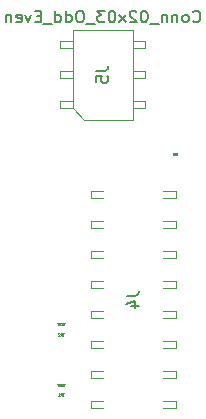
<source format=gbr>
G04 #@! TF.GenerationSoftware,KiCad,Pcbnew,5.1.0-060a0da~80~ubuntu18.04.1*
G04 #@! TF.CreationDate,2019-05-28T03:43:47+02:00*
G04 #@! TF.ProjectId,TinyFPGA-BX,54696e79-4650-4474-912d-42582e6b6963,rev?*
G04 #@! TF.SameCoordinates,Original*
G04 #@! TF.FileFunction,Other,Fab,Bot*
%FSLAX46Y46*%
G04 Gerber Fmt 4.6, Leading zero omitted, Abs format (unit mm)*
G04 Created by KiCad (PCBNEW 5.1.0-060a0da~80~ubuntu18.04.1) date 2019-05-28 03:43:47*
%MOMM*%
%LPD*%
G04 APERTURE LIST*
%ADD10C,0.100000*%
%ADD11C,0.150000*%
%ADD12C,0.031750*%
%ADD13C,0.050000*%
G04 APERTURE END LIST*
D10*
X154971000Y-112719100D02*
X156031000Y-112719100D01*
X156031000Y-112719100D02*
X156031000Y-113359100D01*
X156031000Y-113359100D02*
X154971000Y-113359100D01*
X149891000Y-112719100D02*
X148831000Y-112719100D01*
X148831000Y-112719100D02*
X148831000Y-113359100D01*
X148831000Y-113359100D02*
X149891000Y-113359100D01*
X154971000Y-115259100D02*
X156031000Y-115259100D01*
X156031000Y-115259100D02*
X156031000Y-115899100D01*
X156031000Y-115899100D02*
X154971000Y-115899100D01*
X149891000Y-115259100D02*
X148831000Y-115259100D01*
X148831000Y-115259100D02*
X148831000Y-115899100D01*
X148831000Y-115899100D02*
X149891000Y-115899100D01*
X154971000Y-117799100D02*
X156031000Y-117799100D01*
X156031000Y-117799100D02*
X156031000Y-118439100D01*
X156031000Y-118439100D02*
X154971000Y-118439100D01*
X149891000Y-117799100D02*
X148831000Y-117799100D01*
X148831000Y-117799100D02*
X148831000Y-118439100D01*
X148831000Y-118439100D02*
X149891000Y-118439100D01*
X154971000Y-120339100D02*
X156031000Y-120339100D01*
X156031000Y-120339100D02*
X156031000Y-120979100D01*
X156031000Y-120979100D02*
X154971000Y-120979100D01*
X149891000Y-120339100D02*
X148831000Y-120339100D01*
X148831000Y-120339100D02*
X148831000Y-120979100D01*
X148831000Y-120979100D02*
X149891000Y-120979100D01*
X154971000Y-122879100D02*
X156031000Y-122879100D01*
X156031000Y-122879100D02*
X156031000Y-123519100D01*
X156031000Y-123519100D02*
X154971000Y-123519100D01*
X149891000Y-122879100D02*
X148831000Y-122879100D01*
X148831000Y-122879100D02*
X148831000Y-123519100D01*
X148831000Y-123519100D02*
X149891000Y-123519100D01*
X154971000Y-125419100D02*
X156031000Y-125419100D01*
X156031000Y-125419100D02*
X156031000Y-126059100D01*
X156031000Y-126059100D02*
X154971000Y-126059100D01*
X149891000Y-125419100D02*
X148831000Y-125419100D01*
X148831000Y-125419100D02*
X148831000Y-126059100D01*
X148831000Y-126059100D02*
X149891000Y-126059100D01*
X154971000Y-127959100D02*
X156031000Y-127959100D01*
X156031000Y-127959100D02*
X156031000Y-128599100D01*
X156031000Y-128599100D02*
X154971000Y-128599100D01*
X149891000Y-127959100D02*
X148831000Y-127959100D01*
X148831000Y-127959100D02*
X148831000Y-128599100D01*
X148831000Y-128599100D02*
X149891000Y-128599100D01*
X154971000Y-130499100D02*
X156031000Y-130499100D01*
X156031000Y-130499100D02*
X156031000Y-131139100D01*
X156031000Y-131139100D02*
X154971000Y-131139100D01*
X149891000Y-130499100D02*
X148831000Y-130499100D01*
X148831000Y-130499100D02*
X148831000Y-131139100D01*
X148831000Y-131139100D02*
X149891000Y-131139100D01*
X152391000Y-99069100D02*
X147311000Y-99069100D01*
X148261000Y-106689100D02*
X152391000Y-106689100D01*
X147311000Y-99069100D02*
X147311000Y-105739100D01*
X147311000Y-105739100D02*
X148261000Y-106689100D01*
X152391000Y-106689100D02*
X152391000Y-99069100D01*
X147311000Y-105739100D02*
X146251000Y-105739100D01*
X146251000Y-105739100D02*
X146251000Y-105099100D01*
X146251000Y-105099100D02*
X147311000Y-105099100D01*
X152391000Y-105739100D02*
X153451000Y-105739100D01*
X153451000Y-105739100D02*
X153451000Y-105099100D01*
X153451000Y-105099100D02*
X152391000Y-105099100D01*
X147311000Y-103199100D02*
X146251000Y-103199100D01*
X146251000Y-103199100D02*
X146251000Y-102559100D01*
X146251000Y-102559100D02*
X147311000Y-102559100D01*
X152391000Y-103199100D02*
X153451000Y-103199100D01*
X153451000Y-103199100D02*
X153451000Y-102559100D01*
X153451000Y-102559100D02*
X152391000Y-102559100D01*
X147311000Y-100659100D02*
X146251000Y-100659100D01*
X146251000Y-100659100D02*
X146251000Y-100019100D01*
X146251000Y-100019100D02*
X147311000Y-100019100D01*
X152391000Y-100659100D02*
X153451000Y-100659100D01*
X153451000Y-100659100D02*
X153451000Y-100019100D01*
X153451000Y-100019100D02*
X152391000Y-100019100D01*
D11*
X151883380Y-121595766D02*
X152597666Y-121595766D01*
X152740523Y-121548147D01*
X152835761Y-121452909D01*
X152883380Y-121310052D01*
X152883380Y-121214814D01*
X152216714Y-122500528D02*
X152883380Y-122500528D01*
X151835761Y-122262433D02*
X152550047Y-122024338D01*
X152550047Y-122643385D01*
X157493857Y-98366242D02*
X157541476Y-98413861D01*
X157684333Y-98461480D01*
X157779571Y-98461480D01*
X157922428Y-98413861D01*
X158017666Y-98318623D01*
X158065285Y-98223385D01*
X158112904Y-98032909D01*
X158112904Y-97890052D01*
X158065285Y-97699576D01*
X158017666Y-97604338D01*
X157922428Y-97509100D01*
X157779571Y-97461480D01*
X157684333Y-97461480D01*
X157541476Y-97509100D01*
X157493857Y-97556719D01*
X156922428Y-98461480D02*
X157017666Y-98413861D01*
X157065285Y-98366242D01*
X157112904Y-98271004D01*
X157112904Y-97985290D01*
X157065285Y-97890052D01*
X157017666Y-97842433D01*
X156922428Y-97794814D01*
X156779571Y-97794814D01*
X156684333Y-97842433D01*
X156636714Y-97890052D01*
X156589095Y-97985290D01*
X156589095Y-98271004D01*
X156636714Y-98366242D01*
X156684333Y-98413861D01*
X156779571Y-98461480D01*
X156922428Y-98461480D01*
X156160523Y-97794814D02*
X156160523Y-98461480D01*
X156160523Y-97890052D02*
X156112904Y-97842433D01*
X156017666Y-97794814D01*
X155874809Y-97794814D01*
X155779571Y-97842433D01*
X155731952Y-97937671D01*
X155731952Y-98461480D01*
X155255761Y-97794814D02*
X155255761Y-98461480D01*
X155255761Y-97890052D02*
X155208142Y-97842433D01*
X155112904Y-97794814D01*
X154970047Y-97794814D01*
X154874809Y-97842433D01*
X154827190Y-97937671D01*
X154827190Y-98461480D01*
X154589095Y-98556719D02*
X153827190Y-98556719D01*
X153398619Y-97461480D02*
X153303380Y-97461480D01*
X153208142Y-97509100D01*
X153160523Y-97556719D01*
X153112904Y-97651957D01*
X153065285Y-97842433D01*
X153065285Y-98080528D01*
X153112904Y-98271004D01*
X153160523Y-98366242D01*
X153208142Y-98413861D01*
X153303380Y-98461480D01*
X153398619Y-98461480D01*
X153493857Y-98413861D01*
X153541476Y-98366242D01*
X153589095Y-98271004D01*
X153636714Y-98080528D01*
X153636714Y-97842433D01*
X153589095Y-97651957D01*
X153541476Y-97556719D01*
X153493857Y-97509100D01*
X153398619Y-97461480D01*
X152684333Y-97556719D02*
X152636714Y-97509100D01*
X152541476Y-97461480D01*
X152303380Y-97461480D01*
X152208142Y-97509100D01*
X152160523Y-97556719D01*
X152112904Y-97651957D01*
X152112904Y-97747195D01*
X152160523Y-97890052D01*
X152731952Y-98461480D01*
X152112904Y-98461480D01*
X151779571Y-98461480D02*
X151255761Y-97794814D01*
X151779571Y-97794814D02*
X151255761Y-98461480D01*
X150684333Y-97461480D02*
X150589095Y-97461480D01*
X150493857Y-97509100D01*
X150446238Y-97556719D01*
X150398619Y-97651957D01*
X150351000Y-97842433D01*
X150351000Y-98080528D01*
X150398619Y-98271004D01*
X150446238Y-98366242D01*
X150493857Y-98413861D01*
X150589095Y-98461480D01*
X150684333Y-98461480D01*
X150779571Y-98413861D01*
X150827190Y-98366242D01*
X150874809Y-98271004D01*
X150922428Y-98080528D01*
X150922428Y-97842433D01*
X150874809Y-97651957D01*
X150827190Y-97556719D01*
X150779571Y-97509100D01*
X150684333Y-97461480D01*
X150017666Y-97461480D02*
X149398619Y-97461480D01*
X149731952Y-97842433D01*
X149589095Y-97842433D01*
X149493857Y-97890052D01*
X149446238Y-97937671D01*
X149398619Y-98032909D01*
X149398619Y-98271004D01*
X149446238Y-98366242D01*
X149493857Y-98413861D01*
X149589095Y-98461480D01*
X149874809Y-98461480D01*
X149970047Y-98413861D01*
X150017666Y-98366242D01*
X149208142Y-98556719D02*
X148446238Y-98556719D01*
X148017666Y-97461480D02*
X147827190Y-97461480D01*
X147731952Y-97509100D01*
X147636714Y-97604338D01*
X147589095Y-97794814D01*
X147589095Y-98128147D01*
X147636714Y-98318623D01*
X147731952Y-98413861D01*
X147827190Y-98461480D01*
X148017666Y-98461480D01*
X148112904Y-98413861D01*
X148208142Y-98318623D01*
X148255761Y-98128147D01*
X148255761Y-97794814D01*
X148208142Y-97604338D01*
X148112904Y-97509100D01*
X148017666Y-97461480D01*
X146731952Y-98461480D02*
X146731952Y-97461480D01*
X146731952Y-98413861D02*
X146827190Y-98461480D01*
X147017666Y-98461480D01*
X147112904Y-98413861D01*
X147160523Y-98366242D01*
X147208142Y-98271004D01*
X147208142Y-97985290D01*
X147160523Y-97890052D01*
X147112904Y-97842433D01*
X147017666Y-97794814D01*
X146827190Y-97794814D01*
X146731952Y-97842433D01*
X145827190Y-98461480D02*
X145827190Y-97461480D01*
X145827190Y-98413861D02*
X145922428Y-98461480D01*
X146112904Y-98461480D01*
X146208142Y-98413861D01*
X146255761Y-98366242D01*
X146303380Y-98271004D01*
X146303380Y-97985290D01*
X146255761Y-97890052D01*
X146208142Y-97842433D01*
X146112904Y-97794814D01*
X145922428Y-97794814D01*
X145827190Y-97842433D01*
X145589095Y-98556719D02*
X144827190Y-98556719D01*
X144589095Y-97937671D02*
X144255761Y-97937671D01*
X144112904Y-98461480D02*
X144589095Y-98461480D01*
X144589095Y-97461480D01*
X144112904Y-97461480D01*
X143779571Y-97794814D02*
X143541476Y-98461480D01*
X143303380Y-97794814D01*
X142541476Y-98413861D02*
X142636714Y-98461480D01*
X142827190Y-98461480D01*
X142922428Y-98413861D01*
X142970047Y-98318623D01*
X142970047Y-97937671D01*
X142922428Y-97842433D01*
X142827190Y-97794814D01*
X142636714Y-97794814D01*
X142541476Y-97842433D01*
X142493857Y-97937671D01*
X142493857Y-98032909D01*
X142970047Y-98128147D01*
X142065285Y-97794814D02*
X142065285Y-98461480D01*
X142065285Y-97890052D02*
X142017666Y-97842433D01*
X141922428Y-97794814D01*
X141779571Y-97794814D01*
X141684333Y-97842433D01*
X141636714Y-97937671D01*
X141636714Y-98461480D01*
X149303380Y-102545766D02*
X150017666Y-102545766D01*
X150160523Y-102498147D01*
X150255761Y-102402909D01*
X150303380Y-102260052D01*
X150303380Y-102164814D01*
X149303380Y-103498147D02*
X149303380Y-103021957D01*
X149779571Y-102974338D01*
X149731952Y-103021957D01*
X149684333Y-103117195D01*
X149684333Y-103355290D01*
X149731952Y-103450528D01*
X149779571Y-103498147D01*
X149874809Y-103545766D01*
X150112904Y-103545766D01*
X150208142Y-103498147D01*
X150255761Y-103450528D01*
X150303380Y-103355290D01*
X150303380Y-103117195D01*
X150255761Y-103021957D01*
X150208142Y-102974338D01*
D12*
X156164595Y-109529552D02*
X156092023Y-109529552D01*
X156128309Y-109656552D02*
X156128309Y-109529552D01*
X156049690Y-109590028D02*
X156007357Y-109590028D01*
X155989214Y-109656552D02*
X156049690Y-109656552D01*
X156049690Y-109529552D01*
X155989214Y-109529552D01*
X155940833Y-109650504D02*
X155922690Y-109656552D01*
X155892452Y-109656552D01*
X155880357Y-109650504D01*
X155874309Y-109644457D01*
X155868261Y-109632361D01*
X155868261Y-109620266D01*
X155874309Y-109608171D01*
X155880357Y-109602123D01*
X155892452Y-109596076D01*
X155916642Y-109590028D01*
X155928738Y-109583980D01*
X155934785Y-109577933D01*
X155940833Y-109565838D01*
X155940833Y-109553742D01*
X155934785Y-109541647D01*
X155928738Y-109535600D01*
X155916642Y-109529552D01*
X155886404Y-109529552D01*
X155868261Y-109535600D01*
X155831976Y-109529552D02*
X155759404Y-109529552D01*
X155795690Y-109656552D02*
X155795690Y-109529552D01*
D13*
X146562380Y-129864576D02*
X146448095Y-129864576D01*
X146505238Y-130064576D02*
X146505238Y-129864576D01*
X146381428Y-130064576D02*
X146381428Y-129864576D01*
X146305238Y-129864576D01*
X146286190Y-129874100D01*
X146276666Y-129883623D01*
X146267142Y-129902671D01*
X146267142Y-129931242D01*
X146276666Y-129950290D01*
X146286190Y-129959814D01*
X146305238Y-129969338D01*
X146381428Y-129969338D01*
X146076666Y-130064576D02*
X146190952Y-130064576D01*
X146133809Y-130064576D02*
X146133809Y-129864576D01*
X146152857Y-129893147D01*
X146171904Y-129912195D01*
X146190952Y-129921719D01*
X146629047Y-129064576D02*
X146514761Y-129064576D01*
X146571904Y-129264576D02*
X146571904Y-129064576D01*
X146448095Y-129159814D02*
X146381428Y-129159814D01*
X146352857Y-129264576D02*
X146448095Y-129264576D01*
X146448095Y-129064576D01*
X146352857Y-129064576D01*
X146276666Y-129255052D02*
X146248095Y-129264576D01*
X146200476Y-129264576D01*
X146181428Y-129255052D01*
X146171904Y-129245528D01*
X146162380Y-129226480D01*
X146162380Y-129207433D01*
X146171904Y-129188385D01*
X146181428Y-129178861D01*
X146200476Y-129169338D01*
X146238571Y-129159814D01*
X146257619Y-129150290D01*
X146267142Y-129140766D01*
X146276666Y-129121719D01*
X146276666Y-129102671D01*
X146267142Y-129083623D01*
X146257619Y-129074100D01*
X146238571Y-129064576D01*
X146190952Y-129064576D01*
X146162380Y-129074100D01*
X146105238Y-129064576D02*
X145990952Y-129064576D01*
X146048095Y-129264576D02*
X146048095Y-129064576D01*
X146562380Y-124784576D02*
X146448095Y-124784576D01*
X146505238Y-124984576D02*
X146505238Y-124784576D01*
X146381428Y-124984576D02*
X146381428Y-124784576D01*
X146305238Y-124784576D01*
X146286190Y-124794100D01*
X146276666Y-124803623D01*
X146267142Y-124822671D01*
X146267142Y-124851242D01*
X146276666Y-124870290D01*
X146286190Y-124879814D01*
X146305238Y-124889338D01*
X146381428Y-124889338D01*
X146190952Y-124803623D02*
X146181428Y-124794100D01*
X146162380Y-124784576D01*
X146114761Y-124784576D01*
X146095714Y-124794100D01*
X146086190Y-124803623D01*
X146076666Y-124822671D01*
X146076666Y-124841719D01*
X146086190Y-124870290D01*
X146200476Y-124984576D01*
X146076666Y-124984576D01*
X146629047Y-123884576D02*
X146514761Y-123884576D01*
X146571904Y-124084576D02*
X146571904Y-123884576D01*
X146448095Y-123979814D02*
X146381428Y-123979814D01*
X146352857Y-124084576D02*
X146448095Y-124084576D01*
X146448095Y-123884576D01*
X146352857Y-123884576D01*
X146276666Y-124075052D02*
X146248095Y-124084576D01*
X146200476Y-124084576D01*
X146181428Y-124075052D01*
X146171904Y-124065528D01*
X146162380Y-124046480D01*
X146162380Y-124027433D01*
X146171904Y-124008385D01*
X146181428Y-123998861D01*
X146200476Y-123989338D01*
X146238571Y-123979814D01*
X146257619Y-123970290D01*
X146267142Y-123960766D01*
X146276666Y-123941719D01*
X146276666Y-123922671D01*
X146267142Y-123903623D01*
X146257619Y-123894100D01*
X146238571Y-123884576D01*
X146190952Y-123884576D01*
X146162380Y-123894100D01*
X146105238Y-123884576D02*
X145990952Y-123884576D01*
X146048095Y-124084576D02*
X146048095Y-123884576D01*
M02*

</source>
